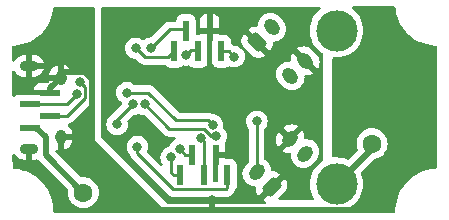
<source format=gbl>
G04 #@! TF.GenerationSoftware,KiCad,Pcbnew,7.0.5-7.0.5~ubuntu22.04.1*
G04 #@! TF.CreationDate,2023-07-07T16:24:56+02:00*
G04 #@! TF.ProjectId,combined,636f6d62-696e-4656-942e-6b696361645f,rev?*
G04 #@! TF.SameCoordinates,Original*
G04 #@! TF.FileFunction,Copper,L2,Bot*
G04 #@! TF.FilePolarity,Positive*
%FSLAX46Y46*%
G04 Gerber Fmt 4.6, Leading zero omitted, Abs format (unit mm)*
G04 Created by KiCad (PCBNEW 7.0.5-7.0.5~ubuntu22.04.1) date 2023-07-07 16:24:56*
%MOMM*%
%LPD*%
G01*
G04 APERTURE LIST*
G04 Aperture macros list*
%AMRoundRect*
0 Rectangle with rounded corners*
0 $1 Rounding radius*
0 $2 $3 $4 $5 $6 $7 $8 $9 X,Y pos of 4 corners*
0 Add a 4 corners polygon primitive as box body*
4,1,4,$2,$3,$4,$5,$6,$7,$8,$9,$2,$3,0*
0 Add four circle primitives for the rounded corners*
1,1,$1+$1,$2,$3*
1,1,$1+$1,$4,$5*
1,1,$1+$1,$6,$7*
1,1,$1+$1,$8,$9*
0 Add four rect primitives between the rounded corners*
20,1,$1+$1,$2,$3,$4,$5,0*
20,1,$1+$1,$4,$5,$6,$7,0*
20,1,$1+$1,$6,$7,$8,$9,0*
20,1,$1+$1,$8,$9,$2,$3,0*%
%AMHorizOval*
0 Thick line with rounded ends*
0 $1 width*
0 $2 $3 position (X,Y) of the first rounded end (center of the circle)*
0 $4 $5 position (X,Y) of the second rounded end (center of the circle)*
0 Add line between two ends*
20,1,$1,$2,$3,$4,$5,0*
0 Add two circle primitives to create the rounded ends*
1,1,$1,$2,$3*
1,1,$1,$4,$5*%
G04 Aperture macros list end*
G04 #@! TA.AperFunction,ComponentPad*
%ADD10O,1.550000X0.890000*%
G04 #@! TD*
G04 #@! TA.AperFunction,ComponentPad*
%ADD11O,0.950000X1.250000*%
G04 #@! TD*
G04 #@! TA.AperFunction,SMDPad,CuDef*
%ADD12R,1.750000X0.600000*%
G04 #@! TD*
G04 #@! TA.AperFunction,SMDPad,CuDef*
%ADD13R,0.600000X1.750000*%
G04 #@! TD*
G04 #@! TA.AperFunction,ComponentPad*
%ADD14C,3.500000*%
G04 #@! TD*
G04 #@! TA.AperFunction,ComponentPad*
%ADD15RoundRect,0.249700X0.566110X0.141421X0.141421X0.566110X-0.566110X-0.141421X-0.141421X-0.566110X0*%
G04 #@! TD*
G04 #@! TA.AperFunction,ComponentPad*
%ADD16HorizOval,1.100000X0.141421X0.141421X-0.141421X-0.141421X0*%
G04 #@! TD*
G04 #@! TA.AperFunction,ComponentPad*
%ADD17RoundRect,0.249700X0.141421X-0.566110X0.566110X-0.141421X-0.141421X0.566110X-0.566110X0.141421X0*%
G04 #@! TD*
G04 #@! TA.AperFunction,ComponentPad*
%ADD18HorizOval,1.100000X-0.141421X0.141421X0.141421X-0.141421X0*%
G04 #@! TD*
G04 #@! TA.AperFunction,ViaPad*
%ADD19C,1.600000*%
G04 #@! TD*
G04 #@! TA.AperFunction,ViaPad*
%ADD20C,0.800000*%
G04 #@! TD*
G04 #@! TA.AperFunction,Conductor*
%ADD21C,0.500000*%
G04 #@! TD*
G04 #@! TA.AperFunction,Conductor*
%ADD22C,0.250000*%
G04 #@! TD*
G04 APERTURE END LIST*
D10*
X78950000Y-30250000D03*
D11*
X81650000Y-31250000D03*
X81650000Y-36250000D03*
D10*
X78950000Y-37250000D03*
D12*
X80750000Y-32500000D03*
X79000000Y-33500000D03*
X80750000Y-34500000D03*
X79000000Y-35500000D03*
D13*
X95750000Y-39500000D03*
X94750000Y-37750000D03*
X93750000Y-39500000D03*
X92750000Y-37750000D03*
X91750000Y-39500000D03*
X95250000Y-29000000D03*
X94250000Y-27250000D03*
X93250000Y-29000000D03*
X92250000Y-27250000D03*
X91250000Y-29000000D03*
D14*
X105000000Y-40250000D03*
X105000000Y-27250000D03*
D15*
X99500000Y-40500000D03*
D16*
X102328427Y-37671573D03*
X98227208Y-39227208D03*
X101055635Y-36398781D03*
D17*
X98250000Y-28250000D03*
D18*
X101078427Y-31078427D03*
X99522792Y-26977208D03*
X102351219Y-29805635D03*
D19*
X109474000Y-38760400D03*
D20*
X94437200Y-41587600D03*
X102870000Y-33781998D03*
D19*
X109500000Y-31750000D03*
D20*
X90250020Y-30750000D03*
X92500000Y-32750000D03*
D19*
X83559771Y-40965139D03*
D20*
X96316800Y-29464000D03*
X91000000Y-38000028D03*
X82984905Y-32648163D03*
X83263377Y-31603446D03*
X92250000Y-29325000D03*
X89250000Y-28750000D03*
X88000000Y-28750000D03*
D19*
X108000800Y-36830000D03*
D20*
X88137997Y-37084000D03*
X93514889Y-36379848D03*
X91725000Y-37275000D03*
X98247194Y-34950400D03*
X87750000Y-33500000D03*
X86410800Y-35204400D03*
X94783718Y-36197058D03*
X88750026Y-33500000D03*
X94496738Y-35239109D03*
X87250000Y-32500000D03*
D21*
X81650000Y-31100000D02*
X81996555Y-30753445D01*
X81650000Y-36250000D02*
X82625000Y-36250000D01*
X90033056Y-42468800D02*
X94437200Y-42468800D01*
X80750000Y-32500000D02*
X80750000Y-32150000D01*
X106896970Y-42468800D02*
X109474000Y-39891770D01*
X83671378Y-30753445D02*
X84284928Y-31366995D01*
X109500000Y-38734400D02*
X109474000Y-38760400D01*
X84284928Y-31366995D02*
X84284928Y-36720672D01*
X83095672Y-36720672D02*
X84284928Y-36720672D01*
X81996555Y-30753445D02*
X83671378Y-30753445D01*
X84284928Y-36720672D02*
X90033056Y-42468800D01*
X94437200Y-41587600D02*
X94437200Y-42468800D01*
X80750000Y-32150000D02*
X81650000Y-31250000D01*
X94437200Y-42468800D02*
X106896970Y-42468800D01*
X82625000Y-36250000D02*
X83095672Y-36720672D01*
X80375000Y-37780368D02*
X83559771Y-40965139D01*
X79575000Y-35500000D02*
X80375000Y-36300000D01*
X80375000Y-36300000D02*
X80375000Y-37780368D01*
D22*
X91750000Y-39500000D02*
X91200000Y-39500000D01*
X95852800Y-29000000D02*
X96316800Y-29464000D01*
X95250000Y-29000000D02*
X95852800Y-29000000D01*
X91000000Y-39300000D02*
X91000000Y-38000028D01*
X91200000Y-39500000D02*
X91000000Y-39300000D01*
X82133068Y-33500000D02*
X82984905Y-32648163D01*
X79000000Y-33500000D02*
X82133068Y-33500000D01*
X83709918Y-32968263D02*
X83709918Y-32049987D01*
X83663376Y-32003445D02*
X83263377Y-31603446D01*
X80750000Y-34500000D02*
X82178181Y-34500000D01*
X82178181Y-34500000D02*
X83709918Y-32968263D01*
X83709918Y-32049987D02*
X83663376Y-32003445D01*
X93250000Y-28875000D02*
X92700000Y-28875000D01*
X92700000Y-28875000D02*
X92250000Y-29325000D01*
X90875000Y-27125000D02*
X92250000Y-27125000D01*
X90875000Y-27125000D02*
X89250000Y-28750000D01*
X88000000Y-28750000D02*
X88750000Y-29500000D01*
X91250000Y-29000000D02*
X90750000Y-29500000D01*
X90750000Y-29500000D02*
X88750000Y-29500000D01*
D21*
X108000800Y-37249200D02*
X108000800Y-36830000D01*
X105000000Y-40250000D02*
X108000800Y-37249200D01*
D22*
X95674999Y-40700001D02*
X91188313Y-40700001D01*
X91188313Y-40700001D02*
X88137997Y-37649685D01*
X95750000Y-39500000D02*
X95750000Y-40625000D01*
X88137997Y-37649685D02*
X88137997Y-37084000D01*
X95750000Y-40625000D02*
X95674999Y-40700001D01*
X93750000Y-36614959D02*
X93514889Y-36379848D01*
X93750000Y-39500000D02*
X93750000Y-36614959D01*
X92750000Y-37750000D02*
X92200000Y-37750000D01*
X92200000Y-37750000D02*
X91725000Y-37275000D01*
X98227208Y-34970386D02*
X98247194Y-34950400D01*
X98227208Y-39227208D02*
X98227208Y-34970386D01*
X86410800Y-34839200D02*
X86410800Y-35204400D01*
X87750000Y-33500000D02*
X86410800Y-34839200D01*
X93774998Y-35598002D02*
X94374054Y-36197058D01*
X94374054Y-36197058D02*
X94783718Y-36197058D01*
X88750026Y-33500000D02*
X90848028Y-35598002D01*
X90848028Y-35598002D02*
X93774998Y-35598002D01*
X94496738Y-35239109D02*
X94096739Y-34839110D01*
X91404795Y-34839110D02*
X89065685Y-32500000D01*
X94096739Y-34839110D02*
X91404795Y-34839110D01*
X87250000Y-32500000D02*
X89065685Y-32500000D01*
G04 #@! TA.AperFunction,Conductor*
G36*
X103591282Y-25267602D02*
G01*
X103637775Y-25321258D01*
X103647879Y-25391532D01*
X103618385Y-25456112D01*
X103606245Y-25468325D01*
X103399573Y-25649573D01*
X103204367Y-25872162D01*
X103204364Y-25872165D01*
X103204359Y-25872172D01*
X103039883Y-26118329D01*
X102908944Y-26383848D01*
X102908938Y-26383862D01*
X102813778Y-26664194D01*
X102813776Y-26664204D01*
X102756018Y-26954564D01*
X102756016Y-26954578D01*
X102736654Y-27249996D01*
X102736654Y-27250003D01*
X102756016Y-27545421D01*
X102756018Y-27545435D01*
X102784651Y-27689378D01*
X102807569Y-27804595D01*
X102813776Y-27835795D01*
X102813778Y-27835805D01*
X102908938Y-28116137D01*
X102908944Y-28116151D01*
X103039883Y-28381670D01*
X103204359Y-28627827D01*
X103204361Y-28627830D01*
X103204367Y-28627838D01*
X103399573Y-28850427D01*
X103622162Y-29045633D01*
X103622170Y-29045638D01*
X103622172Y-29045640D01*
X103813647Y-29173580D01*
X103859175Y-29228057D01*
X103869640Y-29277268D01*
X103882054Y-30729510D01*
X103885563Y-31140110D01*
X103886000Y-31191153D01*
X103886000Y-38210727D01*
X103865998Y-38278848D01*
X103830002Y-38315492D01*
X103622172Y-38454359D01*
X103622165Y-38454364D01*
X103622162Y-38454367D01*
X103399573Y-38649573D01*
X103204367Y-38872162D01*
X103204364Y-38872165D01*
X103204359Y-38872172D01*
X103039883Y-39118329D01*
X102908944Y-39383848D01*
X102908938Y-39383862D01*
X102813778Y-39664194D01*
X102813776Y-39664201D01*
X102813776Y-39664203D01*
X102804105Y-39712818D01*
X102756018Y-39954564D01*
X102756016Y-39954578D01*
X102736654Y-40249996D01*
X102736654Y-40250003D01*
X102756016Y-40545421D01*
X102756018Y-40545435D01*
X102775334Y-40642538D01*
X102796465Y-40748772D01*
X102813776Y-40835795D01*
X102813778Y-40835805D01*
X102908938Y-41116137D01*
X102908944Y-41116151D01*
X103039882Y-41381668D01*
X103039884Y-41381671D01*
X103039885Y-41381673D01*
X103049918Y-41396688D01*
X103058277Y-41409199D01*
X103079491Y-41476952D01*
X103060707Y-41545419D01*
X103007890Y-41592862D01*
X102953511Y-41605200D01*
X100195228Y-41605200D01*
X100127107Y-41585198D01*
X100080614Y-41531542D01*
X100070510Y-41461268D01*
X100100004Y-41396688D01*
X100106133Y-41390104D01*
X100637588Y-40858649D01*
X100703465Y-40777778D01*
X100703466Y-40777777D01*
X100782961Y-40619490D01*
X100823810Y-40447139D01*
X100823810Y-40270017D01*
X100782961Y-40097666D01*
X100703466Y-39939379D01*
X100703465Y-39939378D01*
X100637584Y-39858502D01*
X100569146Y-39790064D01*
X100569144Y-39790064D01*
X99850476Y-40508732D01*
X99853628Y-40470698D01*
X99824953Y-40357462D01*
X99761064Y-40259673D01*
X99668885Y-40187928D01*
X99558405Y-40150000D01*
X99490790Y-40150000D01*
X100209935Y-39430855D01*
X100209935Y-39430852D01*
X100141497Y-39362415D01*
X100060621Y-39296534D01*
X100060620Y-39296533D01*
X99902333Y-39217038D01*
X99729982Y-39176190D01*
X99555355Y-39176190D01*
X99487234Y-39156188D01*
X99440741Y-39102532D01*
X99429962Y-39062540D01*
X99411815Y-38878291D01*
X99411814Y-38878289D01*
X99411814Y-38878285D01*
X99351288Y-38678757D01*
X99252998Y-38494870D01*
X99120723Y-38333693D01*
X98959546Y-38201418D01*
X98938101Y-38189955D01*
X98927309Y-38184186D01*
X98876662Y-38134432D01*
X98860708Y-38073065D01*
X98860708Y-37447105D01*
X100366519Y-37447105D01*
X100507375Y-37522395D01*
X100706816Y-37582894D01*
X100914211Y-37603321D01*
X100914214Y-37603321D01*
X100993491Y-37595512D01*
X101063245Y-37608740D01*
X101114774Y-37657579D01*
X101131718Y-37726524D01*
X101131236Y-37733253D01*
X101123384Y-37812988D01*
X101123384Y-37812997D01*
X101143819Y-38020489D01*
X101143820Y-38020495D01*
X101143821Y-38020496D01*
X101204347Y-38220024D01*
X101302637Y-38403911D01*
X101434912Y-38565088D01*
X101596089Y-38697363D01*
X101779976Y-38795653D01*
X101979504Y-38856179D01*
X101979508Y-38856179D01*
X101979510Y-38856180D01*
X102187003Y-38876616D01*
X102187006Y-38876616D01*
X102187009Y-38876616D01*
X102394501Y-38856180D01*
X102394502Y-38856179D01*
X102394508Y-38856179D01*
X102594036Y-38795653D01*
X102777923Y-38697363D01*
X102898705Y-38598240D01*
X103255094Y-38241851D01*
X103354217Y-38121069D01*
X103452507Y-37937182D01*
X103513033Y-37737654D01*
X103513467Y-37733253D01*
X103533470Y-37530155D01*
X103533470Y-37530148D01*
X103513034Y-37322656D01*
X103513033Y-37322654D01*
X103513033Y-37322650D01*
X103452507Y-37123122D01*
X103354217Y-36939235D01*
X103221942Y-36778058D01*
X103060765Y-36645783D01*
X102876878Y-36547493D01*
X102677350Y-36486967D01*
X102677349Y-36486966D01*
X102677343Y-36486965D01*
X102469851Y-36466530D01*
X102469842Y-36466530D01*
X102390107Y-36474382D01*
X102320354Y-36461153D01*
X102268827Y-36412312D01*
X102251885Y-36343366D01*
X102252366Y-36336637D01*
X102260175Y-36257360D01*
X102260175Y-36257357D01*
X102239748Y-36049962D01*
X102179249Y-35850521D01*
X102103959Y-35709665D01*
X102103959Y-35709664D01*
X101406111Y-36407512D01*
X101409263Y-36369479D01*
X101380588Y-36256243D01*
X101316699Y-36158454D01*
X101224520Y-36086709D01*
X101114040Y-36048781D01*
X101026630Y-36048781D01*
X100940419Y-36063167D01*
X100837688Y-36118762D01*
X100758575Y-36204702D01*
X100711653Y-36311673D01*
X100702007Y-36428083D01*
X100730682Y-36541319D01*
X100794571Y-36639108D01*
X100886750Y-36710853D01*
X100997230Y-36748781D01*
X101064844Y-36748781D01*
X101055635Y-36757990D01*
X100366519Y-37447105D01*
X98860708Y-37447105D01*
X98860708Y-36540204D01*
X99851095Y-36540204D01*
X99871521Y-36747599D01*
X99932020Y-36947040D01*
X100007308Y-37087895D01*
X100007309Y-37087896D01*
X100696425Y-36398781D01*
X100696425Y-36398780D01*
X100128051Y-35830407D01*
X100030261Y-35949567D01*
X99932020Y-36133363D01*
X99871521Y-36332804D01*
X99851095Y-36540199D01*
X99851095Y-36540204D01*
X98860708Y-36540204D01*
X98860708Y-35675121D01*
X98880710Y-35607000D01*
X98893072Y-35590810D01*
X98986234Y-35487344D01*
X98995556Y-35471198D01*
X100487262Y-35471198D01*
X101055634Y-36039570D01*
X101055636Y-36039570D01*
X101744750Y-35350455D01*
X101744749Y-35350454D01*
X101603894Y-35275166D01*
X101404453Y-35214667D01*
X101197059Y-35194241D01*
X101197053Y-35194241D01*
X100989658Y-35214667D01*
X100790217Y-35275166D01*
X100606419Y-35373408D01*
X100606417Y-35373410D01*
X100487262Y-35471197D01*
X100487262Y-35471198D01*
X98995556Y-35471198D01*
X99081721Y-35321956D01*
X99140736Y-35140328D01*
X99160698Y-34950400D01*
X99140736Y-34760472D01*
X99081721Y-34578844D01*
X98986234Y-34413456D01*
X98986232Y-34413454D01*
X98986228Y-34413448D01*
X98858449Y-34271535D01*
X98703946Y-34159282D01*
X98529482Y-34081606D01*
X98342681Y-34041900D01*
X98151707Y-34041900D01*
X97964905Y-34081606D01*
X97790441Y-34159282D01*
X97635938Y-34271535D01*
X97508159Y-34413448D01*
X97508152Y-34413458D01*
X97412670Y-34578838D01*
X97412667Y-34578845D01*
X97353651Y-34760472D01*
X97333690Y-34950400D01*
X97353651Y-35140327D01*
X97374470Y-35204399D01*
X97412667Y-35321956D01*
X97412670Y-35321961D01*
X97508152Y-35487341D01*
X97508155Y-35487345D01*
X97561344Y-35546417D01*
X97592061Y-35610425D01*
X97593708Y-35630728D01*
X97593708Y-38311572D01*
X97573706Y-38379693D01*
X97556803Y-38400667D01*
X97300557Y-38656912D01*
X97300540Y-38656931D01*
X97201418Y-38777711D01*
X97103128Y-38961598D01*
X97042600Y-39161133D01*
X97022165Y-39368625D01*
X97022165Y-39368632D01*
X97042600Y-39576124D01*
X97042601Y-39576130D01*
X97042602Y-39576131D01*
X97103128Y-39775659D01*
X97201418Y-39959546D01*
X97333693Y-40120723D01*
X97494870Y-40252998D01*
X97678757Y-40351288D01*
X97878285Y-40411814D01*
X97878290Y-40411814D01*
X97878292Y-40411815D01*
X97973548Y-40421196D01*
X98062539Y-40429961D01*
X98128372Y-40456543D01*
X98169382Y-40514497D01*
X98176190Y-40555354D01*
X98176190Y-40729982D01*
X98217038Y-40902333D01*
X98296533Y-41060620D01*
X98296534Y-41060621D01*
X98362415Y-41141497D01*
X98430853Y-41209935D01*
X98430855Y-41209935D01*
X99149523Y-40491266D01*
X99146372Y-40529302D01*
X99175047Y-40642538D01*
X99238936Y-40740327D01*
X99331115Y-40812072D01*
X99441595Y-40850000D01*
X99509209Y-40850000D01*
X99500000Y-40859209D01*
X98790064Y-41569145D01*
X98858502Y-41637584D01*
X98939378Y-41703465D01*
X98939379Y-41703466D01*
X98976685Y-41722202D01*
X99028583Y-41770649D01*
X99046050Y-41839464D01*
X99023540Y-41906798D01*
X98968200Y-41951273D01*
X98920136Y-41960800D01*
X95885000Y-41960800D01*
X93294200Y-41960800D01*
X90831464Y-41960800D01*
X90763343Y-41940798D01*
X90742765Y-41924291D01*
X89546142Y-40738258D01*
X85076742Y-36308410D01*
X85042442Y-36246250D01*
X85039443Y-36218344D01*
X85044116Y-35204399D01*
X85497296Y-35204399D01*
X85517257Y-35394327D01*
X85542234Y-35471197D01*
X85576273Y-35575956D01*
X85576276Y-35575961D01*
X85671758Y-35741341D01*
X85671765Y-35741351D01*
X85799544Y-35883264D01*
X85799547Y-35883266D01*
X85954048Y-35995518D01*
X86128512Y-36073194D01*
X86315313Y-36112900D01*
X86506287Y-36112900D01*
X86693088Y-36073194D01*
X86867552Y-35995518D01*
X87022053Y-35883266D01*
X87051537Y-35850521D01*
X87149834Y-35741351D01*
X87149835Y-35741349D01*
X87149840Y-35741344D01*
X87245327Y-35575956D01*
X87304342Y-35394328D01*
X87324304Y-35204400D01*
X87304342Y-35014472D01*
X87285798Y-34957400D01*
X87283770Y-34886433D01*
X87316536Y-34829367D01*
X87385432Y-34760472D01*
X87700500Y-34445404D01*
X87762813Y-34411379D01*
X87789596Y-34408500D01*
X87845487Y-34408500D01*
X88032288Y-34368794D01*
X88198765Y-34294673D01*
X88269130Y-34285240D01*
X88301260Y-34294673D01*
X88467738Y-34368794D01*
X88654539Y-34408500D01*
X88710432Y-34408500D01*
X88778553Y-34428502D01*
X88799526Y-34445404D01*
X89593229Y-35239108D01*
X90340783Y-35986662D01*
X90350748Y-35999099D01*
X90350975Y-35998912D01*
X90356027Y-36005019D01*
X90406400Y-36052322D01*
X90407789Y-36053668D01*
X90417288Y-36063167D01*
X90428252Y-36074132D01*
X90428256Y-36074135D01*
X90428258Y-36074137D01*
X90433810Y-36078444D01*
X90438297Y-36082275D01*
X90460987Y-36103583D01*
X90472705Y-36114587D01*
X90472707Y-36114588D01*
X90490456Y-36124345D01*
X90506981Y-36135200D01*
X90522987Y-36147616D01*
X90564714Y-36165672D01*
X90566290Y-36166354D01*
X90571611Y-36168960D01*
X90612968Y-36191697D01*
X90612976Y-36191699D01*
X90632586Y-36196734D01*
X90651295Y-36203139D01*
X90669883Y-36211183D01*
X90716505Y-36218566D01*
X90722290Y-36219765D01*
X90767998Y-36231502D01*
X90788252Y-36231502D01*
X90807962Y-36233053D01*
X90810169Y-36233402D01*
X90827971Y-36236222D01*
X90861898Y-36233014D01*
X90874945Y-36231782D01*
X90880878Y-36231502D01*
X91242319Y-36231502D01*
X91310440Y-36251504D01*
X91356933Y-36305160D01*
X91367037Y-36375434D01*
X91337543Y-36440014D01*
X91293568Y-36472608D01*
X91268254Y-36483878D01*
X91268248Y-36483882D01*
X91113744Y-36596135D01*
X90985965Y-36738048D01*
X90985958Y-36738058D01*
X90890476Y-36903438D01*
X90890473Y-36903444D01*
X90846265Y-37039502D01*
X90806191Y-37098107D01*
X90752632Y-37123811D01*
X90717710Y-37131234D01*
X90543247Y-37208910D01*
X90388744Y-37321163D01*
X90260965Y-37463076D01*
X90260958Y-37463086D01*
X90165476Y-37628466D01*
X90165473Y-37628472D01*
X90150999Y-37673014D01*
X90106457Y-37810100D01*
X90086496Y-38000028D01*
X90106457Y-38189955D01*
X90129782Y-38261739D01*
X90165473Y-38371584D01*
X90170155Y-38379693D01*
X90246564Y-38512038D01*
X90263302Y-38581033D01*
X90240082Y-38648125D01*
X90184274Y-38692012D01*
X90113599Y-38698761D01*
X90050495Y-38666228D01*
X90048350Y-38664133D01*
X88992298Y-37608081D01*
X88958272Y-37545769D01*
X88963337Y-37474954D01*
X88972277Y-37455983D01*
X88972524Y-37455556D01*
X89031539Y-37273928D01*
X89051501Y-37084000D01*
X89031539Y-36894072D01*
X88972524Y-36712444D01*
X88877037Y-36547056D01*
X88877035Y-36547054D01*
X88877031Y-36547048D01*
X88749252Y-36405135D01*
X88594749Y-36292882D01*
X88420285Y-36215206D01*
X88233484Y-36175500D01*
X88042510Y-36175500D01*
X87855708Y-36215206D01*
X87681244Y-36292882D01*
X87526741Y-36405135D01*
X87398962Y-36547048D01*
X87398955Y-36547058D01*
X87303473Y-36712438D01*
X87303470Y-36712444D01*
X87292922Y-36744906D01*
X87244454Y-36894072D01*
X87224493Y-37084000D01*
X87244454Y-37273927D01*
X87274523Y-37366470D01*
X87303470Y-37455556D01*
X87326820Y-37496000D01*
X87391530Y-37608081D01*
X87398957Y-37620944D01*
X87484465Y-37715911D01*
X87511830Y-37765083D01*
X87512979Y-37769040D01*
X87516983Y-37788382D01*
X87519522Y-37808478D01*
X87519523Y-37808484D01*
X87536890Y-37852347D01*
X87538813Y-37857964D01*
X87551979Y-37903278D01*
X87562291Y-37920716D01*
X87570985Y-37938464D01*
X87578441Y-37957294D01*
X87578447Y-37957305D01*
X87606174Y-37995468D01*
X87609434Y-38000431D01*
X87633457Y-38041050D01*
X87647776Y-38055369D01*
X87660614Y-38070399D01*
X87670153Y-38083528D01*
X87672525Y-38086792D01*
X87684258Y-38096498D01*
X87708883Y-38116870D01*
X87713264Y-38120856D01*
X89256602Y-39664194D01*
X90681066Y-41088658D01*
X90691033Y-41101098D01*
X90691260Y-41100911D01*
X90696312Y-41107018D01*
X90696313Y-41107019D01*
X90712285Y-41122018D01*
X90746701Y-41154336D01*
X90748090Y-41155682D01*
X90757878Y-41165470D01*
X90768539Y-41176132D01*
X90774081Y-41180431D01*
X90778594Y-41184286D01*
X90812992Y-41216587D01*
X90812993Y-41216587D01*
X90812995Y-41216589D01*
X90830742Y-41226345D01*
X90847272Y-41237203D01*
X90863272Y-41249614D01*
X90886238Y-41259552D01*
X90906564Y-41268348D01*
X90911898Y-41270960D01*
X90953253Y-41293696D01*
X90972875Y-41298734D01*
X90991576Y-41305136D01*
X91004127Y-41310568D01*
X91010165Y-41313181D01*
X91010166Y-41313181D01*
X91010168Y-41313182D01*
X91056790Y-41320565D01*
X91062575Y-41321764D01*
X91108283Y-41333501D01*
X91128537Y-41333501D01*
X91148247Y-41335052D01*
X91150454Y-41335401D01*
X91168256Y-41338221D01*
X91202785Y-41334957D01*
X91215230Y-41333781D01*
X91221163Y-41333501D01*
X95591146Y-41333501D01*
X95606987Y-41335250D01*
X95607015Y-41334957D01*
X95614900Y-41335701D01*
X95614908Y-41335703D01*
X95676207Y-41333776D01*
X95683975Y-41333532D01*
X95685954Y-41333501D01*
X95714850Y-41333501D01*
X95714855Y-41333501D01*
X95721817Y-41332620D01*
X95727718Y-41332155D01*
X95774888Y-41330674D01*
X95794346Y-41325020D01*
X95813693Y-41321014D01*
X95833796Y-41318475D01*
X95877678Y-41301100D01*
X95883273Y-41299184D01*
X95911815Y-41290892D01*
X95928590Y-41286020D01*
X95928594Y-41286018D01*
X95946025Y-41275709D01*
X95963779Y-41267010D01*
X95982616Y-41259553D01*
X96020785Y-41231819D01*
X96025743Y-41228563D01*
X96066361Y-41204543D01*
X96080684Y-41190219D01*
X96095723Y-41177375D01*
X96097434Y-41176132D01*
X96112106Y-41165473D01*
X96134181Y-41138787D01*
X96150952Y-41122018D01*
X96157015Y-41117002D01*
X96157015Y-41117001D01*
X96157018Y-41117000D01*
X96204352Y-41066592D01*
X96205667Y-41065235D01*
X96226134Y-41044770D01*
X96230429Y-41039232D01*
X96234271Y-41034731D01*
X96266586Y-41000321D01*
X96276345Y-40982567D01*
X96287197Y-40966046D01*
X96299613Y-40950041D01*
X96318347Y-40906748D01*
X96320961Y-40901412D01*
X96343694Y-40860061D01*
X96343695Y-40860060D01*
X96348733Y-40840435D01*
X96355138Y-40821730D01*
X96366330Y-40795868D01*
X96368993Y-40797020D01*
X96399799Y-40748772D01*
X96407075Y-40742891D01*
X96413261Y-40738261D01*
X96500889Y-40621204D01*
X96551989Y-40484201D01*
X96554963Y-40456543D01*
X96558499Y-40423649D01*
X96558500Y-40423632D01*
X96558500Y-38576367D01*
X96558499Y-38576350D01*
X96551990Y-38515803D01*
X96551988Y-38515795D01*
X96522924Y-38437875D01*
X96500889Y-38378796D01*
X96500888Y-38378794D01*
X96500887Y-38378792D01*
X96413261Y-38261738D01*
X96296207Y-38174112D01*
X96296202Y-38174110D01*
X96159204Y-38123011D01*
X96159196Y-38123009D01*
X96098649Y-38116500D01*
X96098638Y-38116500D01*
X95684000Y-38116500D01*
X95615879Y-38096498D01*
X95569386Y-38042842D01*
X95561752Y-38007751D01*
X95558001Y-38004000D01*
X95004000Y-38004000D01*
X95004000Y-38342955D01*
X94996056Y-38386985D01*
X94948011Y-38515799D01*
X94948010Y-38515802D01*
X94948009Y-38515803D01*
X94941500Y-38576350D01*
X94941500Y-39940501D01*
X94921498Y-40008622D01*
X94867842Y-40055115D01*
X94815500Y-40066501D01*
X94684500Y-40066501D01*
X94616379Y-40046499D01*
X94569886Y-39992843D01*
X94558500Y-39940501D01*
X94558500Y-39259500D01*
X94558500Y-38576362D01*
X94557288Y-38565087D01*
X94551990Y-38515803D01*
X94551989Y-38515802D01*
X94551989Y-38515799D01*
X94503943Y-38386985D01*
X94496000Y-38342955D01*
X94496000Y-37622000D01*
X94516002Y-37553879D01*
X94569658Y-37507386D01*
X94622000Y-37496000D01*
X95558000Y-37496000D01*
X95558000Y-36826414D01*
X95557999Y-36826402D01*
X95551494Y-36765903D01*
X95549682Y-36758234D01*
X95552704Y-36757519D01*
X95548667Y-36701094D01*
X95562670Y-36664872D01*
X95604247Y-36592860D01*
X95618245Y-36568614D01*
X95677260Y-36386986D01*
X95697222Y-36197058D01*
X95677260Y-36007130D01*
X95618245Y-35825502D01*
X95522758Y-35660114D01*
X95522756Y-35660112D01*
X95522752Y-35660106D01*
X95418802Y-35544658D01*
X95388084Y-35480651D01*
X95389194Y-35434140D01*
X95390276Y-35429047D01*
X95390280Y-35429037D01*
X95410242Y-35239109D01*
X95390280Y-35049181D01*
X95331265Y-34867553D01*
X95235778Y-34702165D01*
X95235776Y-34702163D01*
X95235772Y-34702157D01*
X95107993Y-34560244D01*
X94953490Y-34447991D01*
X94779026Y-34370315D01*
X94592225Y-34330609D01*
X94519118Y-34330609D01*
X94458398Y-34315013D01*
X94457030Y-34314261D01*
X94454286Y-34312752D01*
X94437786Y-34301912D01*
X94421780Y-34289496D01*
X94380274Y-34271535D01*
X94378479Y-34270758D01*
X94373147Y-34268146D01*
X94331800Y-34245415D01*
X94312175Y-34240376D01*
X94293475Y-34233974D01*
X94274884Y-34225929D01*
X94274882Y-34225928D01*
X94274881Y-34225928D01*
X94228281Y-34218547D01*
X94222468Y-34217343D01*
X94176769Y-34205610D01*
X94156515Y-34205610D01*
X94136805Y-34204059D01*
X94116796Y-34200890D01*
X94116795Y-34200890D01*
X94069822Y-34205330D01*
X94063889Y-34205610D01*
X91719389Y-34205610D01*
X91651268Y-34185608D01*
X91630294Y-34168705D01*
X89572929Y-32111339D01*
X89562964Y-32098901D01*
X89562737Y-32099090D01*
X89557686Y-32092984D01*
X89557685Y-32092982D01*
X89507311Y-32045678D01*
X89505922Y-32044332D01*
X89495675Y-32034085D01*
X89485461Y-32023870D01*
X89485457Y-32023866D01*
X89479910Y-32019563D01*
X89475402Y-32015712D01*
X89441010Y-31983417D01*
X89441004Y-31983413D01*
X89423248Y-31973651D01*
X89406732Y-31962802D01*
X89390726Y-31950386D01*
X89359974Y-31937078D01*
X89347425Y-31931648D01*
X89342093Y-31929036D01*
X89300746Y-31906305D01*
X89281121Y-31901266D01*
X89262421Y-31894864D01*
X89243830Y-31886819D01*
X89243828Y-31886818D01*
X89243827Y-31886818D01*
X89197227Y-31879437D01*
X89191414Y-31878233D01*
X89145715Y-31866500D01*
X89125461Y-31866500D01*
X89105751Y-31864949D01*
X89085742Y-31861780D01*
X89085741Y-31861780D01*
X89038768Y-31866220D01*
X89032835Y-31866500D01*
X87958200Y-31866500D01*
X87890079Y-31846498D01*
X87864563Y-31824810D01*
X87861252Y-31821133D01*
X87706752Y-31708882D01*
X87532288Y-31631206D01*
X87345487Y-31591500D01*
X87154513Y-31591500D01*
X86967711Y-31631206D01*
X86793247Y-31708882D01*
X86638744Y-31821135D01*
X86510965Y-31963048D01*
X86510958Y-31963058D01*
X86415476Y-32128438D01*
X86415473Y-32128445D01*
X86356457Y-32310072D01*
X86336496Y-32500000D01*
X86356457Y-32689927D01*
X86386526Y-32782470D01*
X86415473Y-32871556D01*
X86415476Y-32871561D01*
X86510958Y-33036941D01*
X86510965Y-33036951D01*
X86638744Y-33178864D01*
X86638747Y-33178866D01*
X86793248Y-33291118D01*
X86793250Y-33291119D01*
X86794971Y-33292369D01*
X86838325Y-33348591D01*
X86846220Y-33407476D01*
X86839092Y-33475292D01*
X86812078Y-33540949D01*
X86802877Y-33551216D01*
X86022136Y-34331957D01*
X86009701Y-34341921D01*
X86009889Y-34342148D01*
X86003779Y-34347202D01*
X85956494Y-34397555D01*
X85955119Y-34398974D01*
X85934666Y-34419428D01*
X85930366Y-34424971D01*
X85926514Y-34429480D01*
X85923422Y-34432773D01*
X85905633Y-34448456D01*
X85799550Y-34525531D01*
X85799548Y-34525532D01*
X85671762Y-34667453D01*
X85671758Y-34667458D01*
X85576276Y-34832838D01*
X85576273Y-34832845D01*
X85517257Y-35014472D01*
X85497296Y-35204399D01*
X85044116Y-35204399D01*
X85063782Y-30937009D01*
X99873384Y-30937009D01*
X99893819Y-31144501D01*
X99893820Y-31144507D01*
X99893821Y-31144508D01*
X99954347Y-31344036D01*
X100052637Y-31527923D01*
X100151760Y-31648705D01*
X100151767Y-31648712D01*
X100151776Y-31648722D01*
X100508131Y-32005077D01*
X100508140Y-32005085D01*
X100508149Y-32005094D01*
X100628931Y-32104217D01*
X100812818Y-32202507D01*
X101012346Y-32263033D01*
X101012350Y-32263033D01*
X101012352Y-32263034D01*
X101219845Y-32283470D01*
X101219848Y-32283470D01*
X101219851Y-32283470D01*
X101427343Y-32263034D01*
X101427344Y-32263033D01*
X101427350Y-32263033D01*
X101626878Y-32202507D01*
X101810765Y-32104217D01*
X101971942Y-31971942D01*
X102104217Y-31810765D01*
X102202507Y-31626878D01*
X102263033Y-31427350D01*
X102283470Y-31219848D01*
X102275616Y-31140108D01*
X102288844Y-31070357D01*
X102337684Y-31018828D01*
X102406629Y-31001884D01*
X102413360Y-31002366D01*
X102492639Y-31010175D01*
X102492643Y-31010175D01*
X102700037Y-30989748D01*
X102899476Y-30929250D01*
X103040333Y-30853959D01*
X102342009Y-30155635D01*
X102380224Y-30155635D01*
X102466435Y-30141249D01*
X102569166Y-30085654D01*
X102648279Y-29999714D01*
X102695201Y-29892743D01*
X102703031Y-29798238D01*
X103399543Y-30494750D01*
X103474834Y-30353892D01*
X103535332Y-30154453D01*
X103555759Y-29947058D01*
X103555759Y-29947053D01*
X103535332Y-29739658D01*
X103474833Y-29540217D01*
X103376589Y-29356415D01*
X103277522Y-29235702D01*
X103277496Y-29235673D01*
X102921180Y-28879357D01*
X102921151Y-28879331D01*
X102800438Y-28780265D01*
X102800438Y-28780264D01*
X102616636Y-28682020D01*
X102417195Y-28621521D01*
X102209801Y-28601095D01*
X102209795Y-28601095D01*
X102002400Y-28621521D01*
X101802959Y-28682020D01*
X101662102Y-28757308D01*
X102351219Y-29446425D01*
X102360429Y-29455635D01*
X102322214Y-29455635D01*
X102236003Y-29470021D01*
X102133272Y-29525616D01*
X102054159Y-29611556D01*
X102007237Y-29718527D01*
X101999406Y-29813032D01*
X101302892Y-29116518D01*
X101227604Y-29257375D01*
X101167105Y-29456816D01*
X101146679Y-29664211D01*
X101146679Y-29664217D01*
X101154487Y-29743494D01*
X101141258Y-29813247D01*
X101092418Y-29864775D01*
X101023473Y-29881719D01*
X101016744Y-29881237D01*
X100937009Y-29873384D01*
X100937003Y-29873384D01*
X100729510Y-29893819D01*
X100529975Y-29954347D01*
X100346088Y-30052637D01*
X100184912Y-30184912D01*
X100052637Y-30346088D01*
X99954347Y-30529975D01*
X99893819Y-30729510D01*
X99873384Y-30937002D01*
X99873384Y-30937009D01*
X85063782Y-30937009D01*
X85073860Y-28749999D01*
X87086496Y-28749999D01*
X87106457Y-28939927D01*
X87136526Y-29032470D01*
X87165473Y-29121556D01*
X87165476Y-29121561D01*
X87260958Y-29286941D01*
X87260965Y-29286951D01*
X87388744Y-29428864D01*
X87388747Y-29428866D01*
X87543248Y-29541118D01*
X87717712Y-29618794D01*
X87904513Y-29658500D01*
X87960406Y-29658500D01*
X88028527Y-29678502D01*
X88049501Y-29695405D01*
X88242753Y-29888657D01*
X88252720Y-29901097D01*
X88252947Y-29900910D01*
X88257999Y-29907017D01*
X88308388Y-29954335D01*
X88309777Y-29955681D01*
X88320018Y-29965922D01*
X88330226Y-29976131D01*
X88335768Y-29980430D01*
X88340281Y-29984285D01*
X88374679Y-30016586D01*
X88374680Y-30016586D01*
X88374682Y-30016588D01*
X88392429Y-30026344D01*
X88408959Y-30037202D01*
X88424959Y-30049613D01*
X88456136Y-30063104D01*
X88468251Y-30068347D01*
X88473585Y-30070959D01*
X88514940Y-30093695D01*
X88534562Y-30098733D01*
X88553263Y-30105135D01*
X88565814Y-30110567D01*
X88571852Y-30113180D01*
X88571853Y-30113180D01*
X88571855Y-30113181D01*
X88618477Y-30120564D01*
X88624262Y-30121763D01*
X88669970Y-30133500D01*
X88690224Y-30133500D01*
X88709934Y-30135051D01*
X88712141Y-30135400D01*
X88729943Y-30138220D01*
X88763870Y-30135012D01*
X88776917Y-30133780D01*
X88782850Y-30133500D01*
X90445245Y-30133500D01*
X90513366Y-30153502D01*
X90546113Y-30183991D01*
X90586738Y-30238261D01*
X90703792Y-30325887D01*
X90703794Y-30325888D01*
X90703796Y-30325889D01*
X90757951Y-30346088D01*
X90840795Y-30376988D01*
X90840803Y-30376990D01*
X90901350Y-30383499D01*
X90901355Y-30383499D01*
X90901362Y-30383500D01*
X90901368Y-30383500D01*
X91598632Y-30383500D01*
X91598638Y-30383500D01*
X91598645Y-30383499D01*
X91598649Y-30383499D01*
X91659196Y-30376990D01*
X91659199Y-30376989D01*
X91659201Y-30376989D01*
X91796204Y-30325889D01*
X91913261Y-30238261D01*
X91913260Y-30238261D01*
X91920476Y-30232860D01*
X91921774Y-30234594D01*
X91973400Y-30206397D01*
X92026396Y-30206268D01*
X92154509Y-30233500D01*
X92154513Y-30233500D01*
X92345491Y-30233500D01*
X92473603Y-30206268D01*
X92544394Y-30211669D01*
X92578766Y-30233874D01*
X92579525Y-30232861D01*
X92703792Y-30325887D01*
X92703794Y-30325888D01*
X92703796Y-30325889D01*
X92757951Y-30346088D01*
X92840795Y-30376988D01*
X92840803Y-30376990D01*
X92901350Y-30383499D01*
X92901355Y-30383499D01*
X92901362Y-30383500D01*
X92901368Y-30383500D01*
X93598632Y-30383500D01*
X93598638Y-30383500D01*
X93598645Y-30383499D01*
X93598649Y-30383499D01*
X93659196Y-30376990D01*
X93659199Y-30376989D01*
X93659201Y-30376989D01*
X93796204Y-30325889D01*
X93913261Y-30238261D01*
X93984673Y-30142866D01*
X94000887Y-30121207D01*
X94000887Y-30121206D01*
X94000889Y-30121204D01*
X94051989Y-29984201D01*
X94052395Y-29980430D01*
X94058499Y-29923649D01*
X94441500Y-29923649D01*
X94448009Y-29984196D01*
X94448011Y-29984204D01*
X94499110Y-30121202D01*
X94499112Y-30121207D01*
X94586738Y-30238261D01*
X94703792Y-30325887D01*
X94703794Y-30325888D01*
X94703796Y-30325889D01*
X94757951Y-30346088D01*
X94840795Y-30376988D01*
X94840803Y-30376990D01*
X94901350Y-30383499D01*
X94901355Y-30383499D01*
X94901362Y-30383500D01*
X94901368Y-30383500D01*
X95598632Y-30383500D01*
X95598638Y-30383500D01*
X95598645Y-30383499D01*
X95598649Y-30383499D01*
X95659196Y-30376990D01*
X95659199Y-30376989D01*
X95659201Y-30376989D01*
X95671237Y-30372500D01*
X95685880Y-30367038D01*
X95796204Y-30325889D01*
X95820095Y-30308003D01*
X95886612Y-30283193D01*
X95946850Y-30293764D01*
X96034512Y-30332794D01*
X96221313Y-30372500D01*
X96412287Y-30372500D01*
X96599088Y-30332794D01*
X96773552Y-30255118D01*
X96928053Y-30142866D01*
X96947558Y-30121204D01*
X97055834Y-30000951D01*
X97055835Y-30000949D01*
X97055840Y-30000944D01*
X97151327Y-29835556D01*
X97210342Y-29653928D01*
X97230304Y-29464000D01*
X97210342Y-29274072D01*
X97151327Y-29092444D01*
X97055840Y-28927056D01*
X97055838Y-28927054D01*
X97055834Y-28927048D01*
X96928055Y-28785135D01*
X96773552Y-28672882D01*
X96599088Y-28595206D01*
X96412287Y-28555500D01*
X96356064Y-28555500D01*
X96287943Y-28535498D01*
X96275711Y-28526258D01*
X96275690Y-28526286D01*
X96273596Y-28524661D01*
X96272739Y-28524014D01*
X96272572Y-28523867D01*
X96272570Y-28523865D01*
X96267025Y-28519563D01*
X96262517Y-28515712D01*
X96228125Y-28483417D01*
X96228119Y-28483413D01*
X96210363Y-28473651D01*
X96193847Y-28462802D01*
X96177841Y-28450386D01*
X96134545Y-28431650D01*
X96129221Y-28429042D01*
X96123818Y-28426073D01*
X96073750Y-28375736D01*
X96058500Y-28315648D01*
X96058500Y-28197139D01*
X96926190Y-28197139D01*
X96967038Y-28369490D01*
X97046533Y-28527777D01*
X97046534Y-28527778D01*
X97112415Y-28608654D01*
X97891345Y-29387584D01*
X97972221Y-29453465D01*
X97972222Y-29453466D01*
X98130509Y-29532961D01*
X98302861Y-29573810D01*
X98479982Y-29573810D01*
X98652333Y-29532961D01*
X98810618Y-29453467D01*
X98891501Y-29387579D01*
X98959934Y-29319144D01*
X98250000Y-28609210D01*
X98240790Y-28600000D01*
X98279005Y-28600000D01*
X98365216Y-28585614D01*
X98467947Y-28530019D01*
X98547060Y-28444079D01*
X98593982Y-28337108D01*
X98601812Y-28242603D01*
X99319144Y-28959935D01*
X99319145Y-28959935D01*
X99387579Y-28891501D01*
X99453467Y-28810618D01*
X99532961Y-28652333D01*
X99573810Y-28479982D01*
X99573810Y-28305354D01*
X99593812Y-28237233D01*
X99647468Y-28190740D01*
X99687459Y-28179961D01*
X99793903Y-28169477D01*
X99871707Y-28161815D01*
X99871708Y-28161814D01*
X99871715Y-28161814D01*
X100071243Y-28101288D01*
X100255130Y-28002998D01*
X100416307Y-27870723D01*
X100548582Y-27709546D01*
X100646872Y-27525659D01*
X100707398Y-27326131D01*
X100721707Y-27180854D01*
X100727835Y-27118632D01*
X100727835Y-27118625D01*
X100707399Y-26911133D01*
X100707398Y-26911131D01*
X100707398Y-26911127D01*
X100646872Y-26711599D01*
X100548582Y-26527712D01*
X100449459Y-26406930D01*
X100449450Y-26406921D01*
X100449442Y-26406912D01*
X100093087Y-26050557D01*
X100093077Y-26050548D01*
X100093070Y-26050541D01*
X99972288Y-25951418D01*
X99788401Y-25853128D01*
X99588873Y-25792602D01*
X99588872Y-25792601D01*
X99588866Y-25792600D01*
X99381374Y-25772165D01*
X99381368Y-25772165D01*
X99173875Y-25792600D01*
X98974340Y-25853128D01*
X98790453Y-25951418D01*
X98629277Y-26083693D01*
X98497002Y-26244869D01*
X98398712Y-26428756D01*
X98338184Y-26628291D01*
X98320038Y-26812540D01*
X98293456Y-26878372D01*
X98235501Y-26919382D01*
X98194645Y-26926190D01*
X98020018Y-26926190D01*
X97847666Y-26967038D01*
X97689379Y-27046533D01*
X97689378Y-27046534D01*
X97608505Y-27112414D01*
X97608501Y-27112417D01*
X97540064Y-27180853D01*
X97540064Y-27180854D01*
X98250000Y-27890790D01*
X98259210Y-27900000D01*
X98220995Y-27900000D01*
X98134784Y-27914386D01*
X98032053Y-27969981D01*
X97952940Y-28055921D01*
X97906018Y-28162892D01*
X97898187Y-28257396D01*
X97180855Y-27540064D01*
X97180854Y-27540064D01*
X97112417Y-27608501D01*
X97112414Y-27608505D01*
X97046534Y-27689378D01*
X97046533Y-27689379D01*
X96967038Y-27847666D01*
X96926190Y-28020017D01*
X96926190Y-28197139D01*
X96058500Y-28197139D01*
X96058500Y-28076367D01*
X96058499Y-28076350D01*
X96051990Y-28015803D01*
X96051988Y-28015795D01*
X96022924Y-27937875D01*
X96000889Y-27878796D01*
X96000888Y-27878794D01*
X96000887Y-27878792D01*
X95913261Y-27761738D01*
X95796207Y-27674112D01*
X95796202Y-27674110D01*
X95659204Y-27623011D01*
X95659196Y-27623009D01*
X95598649Y-27616500D01*
X95598638Y-27616500D01*
X95184000Y-27616500D01*
X95115879Y-27596498D01*
X95069386Y-27542842D01*
X95061752Y-27507751D01*
X95058001Y-27504000D01*
X94504000Y-27504000D01*
X94504000Y-27842955D01*
X94496056Y-27886985D01*
X94448011Y-28015799D01*
X94448010Y-28015802D01*
X94448009Y-28015803D01*
X94441500Y-28076350D01*
X94441500Y-29923649D01*
X94058499Y-29923649D01*
X94058500Y-29923632D01*
X94058500Y-28076367D01*
X94058499Y-28076350D01*
X94051990Y-28015803D01*
X94051989Y-28015802D01*
X94051989Y-28015799D01*
X94003943Y-27886985D01*
X93996000Y-27842955D01*
X93996000Y-27504000D01*
X93441999Y-27504000D01*
X93436388Y-27509610D01*
X93421998Y-27558621D01*
X93368342Y-27605114D01*
X93316000Y-27616500D01*
X93184500Y-27616500D01*
X93116379Y-27596498D01*
X93069886Y-27542842D01*
X93058500Y-27490500D01*
X93058500Y-26996000D01*
X93442000Y-26996000D01*
X93996000Y-26996000D01*
X93996000Y-25867000D01*
X94504000Y-25867000D01*
X94504000Y-26996000D01*
X95058000Y-26996000D01*
X95058000Y-26326414D01*
X95057999Y-26326402D01*
X95051494Y-26265906D01*
X95000444Y-26129035D01*
X95000444Y-26129034D01*
X94912904Y-26012095D01*
X94795965Y-25924555D01*
X94659093Y-25873505D01*
X94598597Y-25867000D01*
X94504000Y-25867000D01*
X93996000Y-25867000D01*
X93901402Y-25867000D01*
X93840906Y-25873505D01*
X93704035Y-25924555D01*
X93704034Y-25924555D01*
X93587095Y-26012095D01*
X93499555Y-26129034D01*
X93499555Y-26129035D01*
X93448505Y-26265906D01*
X93442000Y-26326402D01*
X93442000Y-26996000D01*
X93058500Y-26996000D01*
X93058500Y-26326367D01*
X93058499Y-26326350D01*
X93051990Y-26265803D01*
X93051988Y-26265795D01*
X93000978Y-26129035D01*
X93000889Y-26128796D01*
X93000888Y-26128794D01*
X93000887Y-26128792D01*
X92913261Y-26011738D01*
X92796207Y-25924112D01*
X92796202Y-25924110D01*
X92659204Y-25873011D01*
X92659196Y-25873009D01*
X92598649Y-25866500D01*
X92598638Y-25866500D01*
X91901362Y-25866500D01*
X91901350Y-25866500D01*
X91840803Y-25873009D01*
X91840795Y-25873011D01*
X91703797Y-25924110D01*
X91703792Y-25924112D01*
X91586738Y-26011738D01*
X91499112Y-26128792D01*
X91499110Y-26128797D01*
X91448011Y-26265795D01*
X91448009Y-26265803D01*
X91441500Y-26326350D01*
X91441500Y-26365500D01*
X91421498Y-26433621D01*
X91367842Y-26480114D01*
X91315500Y-26491500D01*
X90958853Y-26491500D01*
X90943011Y-26489750D01*
X90942984Y-26490044D01*
X90935091Y-26489298D01*
X90866024Y-26491469D01*
X90864045Y-26491500D01*
X90835144Y-26491500D01*
X90835140Y-26491500D01*
X90835130Y-26491501D01*
X90828179Y-26492379D01*
X90822267Y-26492844D01*
X90775113Y-26494326D01*
X90775111Y-26494327D01*
X90755656Y-26499978D01*
X90736303Y-26503986D01*
X90716211Y-26506524D01*
X90716204Y-26506525D01*
X90716203Y-26506526D01*
X90716201Y-26506526D01*
X90716200Y-26506527D01*
X90672339Y-26523892D01*
X90666724Y-26525815D01*
X90621407Y-26538982D01*
X90603964Y-26549297D01*
X90586218Y-26557990D01*
X90567382Y-26565448D01*
X90529209Y-26593181D01*
X90524248Y-26596440D01*
X90483638Y-26620458D01*
X90469311Y-26634784D01*
X90454285Y-26647617D01*
X90437895Y-26659525D01*
X90437893Y-26659527D01*
X90407808Y-26695892D01*
X90403812Y-26700283D01*
X89299500Y-27804595D01*
X89237188Y-27838620D01*
X89210405Y-27841500D01*
X89154513Y-27841500D01*
X88967711Y-27881206D01*
X88793247Y-27958882D01*
X88699061Y-28027313D01*
X88632193Y-28051172D01*
X88563042Y-28035091D01*
X88550939Y-28027313D01*
X88456752Y-27958882D01*
X88282288Y-27881206D01*
X88095487Y-27841500D01*
X87904513Y-27841500D01*
X87717711Y-27881206D01*
X87543247Y-27958882D01*
X87388744Y-28071135D01*
X87260965Y-28213048D01*
X87260958Y-28213058D01*
X87167036Y-28375736D01*
X87165473Y-28378444D01*
X87158859Y-28398801D01*
X87106457Y-28560072D01*
X87086496Y-28749999D01*
X85073860Y-28749999D01*
X85089422Y-25373018D01*
X85109738Y-25304992D01*
X85163607Y-25258746D01*
X85215421Y-25247600D01*
X103523161Y-25247600D01*
X103591282Y-25267602D01*
G37*
G04 #@! TD.AperFunction*
G04 #@! TA.AperFunction,Conductor*
G36*
X84481000Y-33179431D02*
G01*
X84523382Y-33236389D01*
X84531200Y-33280081D01*
X84531200Y-36626801D01*
X90412105Y-42507705D01*
X90446131Y-42570017D01*
X90441066Y-42640832D01*
X90398519Y-42697668D01*
X90331999Y-42722479D01*
X90323010Y-42722800D01*
X81151500Y-42722800D01*
X81083379Y-42702798D01*
X81036886Y-42649142D01*
X81025500Y-42596800D01*
X81025500Y-42326812D01*
X81025500Y-42326803D01*
X80991548Y-41982078D01*
X80923970Y-41642340D01*
X80823417Y-41310862D01*
X80690858Y-40990837D01*
X80527569Y-40685345D01*
X80335123Y-40397329D01*
X80335122Y-40397327D01*
X80115382Y-40129573D01*
X80115374Y-40129563D01*
X80115365Y-40129554D01*
X80115357Y-40129545D01*
X79870454Y-39884642D01*
X79870444Y-39884633D01*
X79870437Y-39884626D01*
X79784592Y-39814175D01*
X79602672Y-39664877D01*
X79314657Y-39472432D01*
X79009163Y-39309142D01*
X78689136Y-39176582D01*
X78689133Y-39176581D01*
X78469725Y-39110024D01*
X78357660Y-39076030D01*
X78357657Y-39076029D01*
X78357646Y-39076026D01*
X78017927Y-39008453D01*
X78017922Y-39008452D01*
X78017917Y-39008451D01*
X78017907Y-39008450D01*
X77673989Y-38974578D01*
X77608157Y-38947996D01*
X77567147Y-38890041D01*
X77560340Y-38849554D01*
X77557252Y-37787325D01*
X77577055Y-37719150D01*
X77630576Y-37672501D01*
X77700820Y-37662193D01*
X77765486Y-37691498D01*
X77790180Y-37720313D01*
X77862500Y-37836341D01*
X77862510Y-37836354D01*
X77996042Y-37976827D01*
X77996041Y-37976827D01*
X78155121Y-38087550D01*
X78333232Y-38163982D01*
X78523087Y-38202999D01*
X78523093Y-38203000D01*
X78696000Y-38203000D01*
X78696000Y-37500000D01*
X79204000Y-37500000D01*
X79204000Y-38203000D01*
X79328331Y-38203000D01*
X79328350Y-38202999D01*
X79472819Y-38188307D01*
X79472830Y-38188305D01*
X79599346Y-38148610D01*
X79670330Y-38147301D01*
X79730754Y-38184578D01*
X79744307Y-38202685D01*
X79775967Y-38254016D01*
X79780522Y-38259776D01*
X79780468Y-38259818D01*
X79785228Y-38265660D01*
X79785279Y-38265618D01*
X79789997Y-38271240D01*
X79845822Y-38323908D01*
X79847136Y-38325185D01*
X82224099Y-40702148D01*
X82258125Y-40764460D01*
X82260525Y-40802223D01*
X82252206Y-40897319D01*
X82246273Y-40965139D01*
X82266228Y-41193226D01*
X82286674Y-41269530D01*
X82325486Y-41414379D01*
X82325488Y-41414385D01*
X82362806Y-41494414D01*
X82422248Y-41621888D01*
X82553573Y-41809439D01*
X82715471Y-41971337D01*
X82903022Y-42102662D01*
X83110528Y-42199423D01*
X83331684Y-42258682D01*
X83559771Y-42278637D01*
X83787858Y-42258682D01*
X84009014Y-42199423D01*
X84216520Y-42102662D01*
X84404071Y-41971337D01*
X84565969Y-41809439D01*
X84697294Y-41621888D01*
X84794055Y-41414382D01*
X84853314Y-41193226D01*
X84873269Y-40965139D01*
X84853314Y-40737052D01*
X84794055Y-40515896D01*
X84697294Y-40308390D01*
X84565969Y-40120839D01*
X84404071Y-39958941D01*
X84297938Y-39884626D01*
X84216520Y-39827616D01*
X84009017Y-39730856D01*
X84009011Y-39730854D01*
X83883853Y-39697318D01*
X83787858Y-39671596D01*
X83559771Y-39651641D01*
X83559769Y-39651641D01*
X83396855Y-39665893D01*
X83327251Y-39651903D01*
X83296780Y-39629467D01*
X81211515Y-37544201D01*
X81177489Y-37481889D01*
X81182554Y-37411073D01*
X81225101Y-37354238D01*
X81291621Y-37329427D01*
X81332191Y-37333128D01*
X81396000Y-37349648D01*
X81396000Y-36514850D01*
X81451736Y-36598264D01*
X81542700Y-36659045D01*
X81650000Y-36680388D01*
X81757300Y-36659045D01*
X81848264Y-36598264D01*
X81904000Y-36514850D01*
X81904000Y-37354178D01*
X82085138Y-37287093D01*
X82254802Y-37181341D01*
X82254805Y-37181338D01*
X82399708Y-37043596D01*
X82513915Y-36879512D01*
X82592753Y-36695794D01*
X82632169Y-36504000D01*
X81909701Y-36504000D01*
X81925000Y-36427088D01*
X81925000Y-36072912D01*
X81909701Y-35996000D01*
X82627492Y-35996000D01*
X82627492Y-35995999D01*
X82617842Y-35901100D01*
X82557993Y-35710347D01*
X82460970Y-35535548D01*
X82460966Y-35535542D01*
X82330751Y-35383859D01*
X82330749Y-35383858D01*
X82277770Y-35342849D01*
X82236146Y-35285334D01*
X82232223Y-35214446D01*
X82267249Y-35152691D01*
X82330101Y-35119675D01*
X82336141Y-35118689D01*
X82336978Y-35118474D01*
X82336977Y-35118473D01*
X82380860Y-35101099D01*
X82386455Y-35099183D01*
X82415317Y-35090799D01*
X82431772Y-35086019D01*
X82431776Y-35086017D01*
X82449207Y-35075708D01*
X82466961Y-35067009D01*
X82485798Y-35059552D01*
X82523967Y-35031818D01*
X82528925Y-35028562D01*
X82569543Y-35004542D01*
X82583866Y-34990218D01*
X82598905Y-34977374D01*
X82615288Y-34965472D01*
X82645374Y-34929103D01*
X82649342Y-34924741D01*
X84098575Y-33475508D01*
X84111010Y-33465547D01*
X84110823Y-33465320D01*
X84116934Y-33460264D01*
X84116933Y-33460264D01*
X84116936Y-33460263D01*
X84164270Y-33409855D01*
X84165585Y-33408498D01*
X84186052Y-33388033D01*
X84190347Y-33382495D01*
X84194189Y-33377994D01*
X84226504Y-33343584D01*
X84236263Y-33325830D01*
X84247115Y-33309309D01*
X84259531Y-33293304D01*
X84278267Y-33250005D01*
X84280879Y-33244674D01*
X84294787Y-33219377D01*
X84345134Y-33169320D01*
X84414551Y-33154428D01*
X84481000Y-33179431D01*
G37*
G04 #@! TD.AperFunction*
G04 #@! TA.AperFunction,Conductor*
G36*
X79091623Y-37000000D02*
G01*
X78803612Y-37000000D01*
X78822000Y-36996000D01*
X79078000Y-36996000D01*
X79091623Y-37000000D01*
G37*
G04 #@! TD.AperFunction*
G04 #@! TA.AperFunction,Conductor*
G36*
X84473321Y-25267602D02*
G01*
X84519814Y-25321258D01*
X84531200Y-25373600D01*
X84531199Y-31733624D01*
X84511197Y-31801745D01*
X84457541Y-31848238D01*
X84387267Y-31858341D01*
X84322687Y-31828848D01*
X84296746Y-31797765D01*
X84295936Y-31796396D01*
X84295936Y-31796394D01*
X84285620Y-31778950D01*
X84276928Y-31761209D01*
X84269470Y-31742370D01*
X84241739Y-31704202D01*
X84238480Y-31699242D01*
X84214460Y-31658624D01*
X84210500Y-31654664D01*
X84176474Y-31592357D01*
X84174285Y-31578752D01*
X84156919Y-31413518D01*
X84097904Y-31231890D01*
X84002417Y-31066502D01*
X84002415Y-31066500D01*
X84002411Y-31066494D01*
X83874632Y-30924581D01*
X83720129Y-30812328D01*
X83545665Y-30734652D01*
X83358864Y-30694946D01*
X83167890Y-30694946D01*
X82981088Y-30734652D01*
X82806625Y-30812328D01*
X82772013Y-30837475D01*
X82705145Y-30861333D01*
X82635994Y-30845251D01*
X82586514Y-30794337D01*
X82577731Y-30773257D01*
X82557994Y-30710349D01*
X82557993Y-30710347D01*
X82460970Y-30535548D01*
X82460966Y-30535542D01*
X82330751Y-30383859D01*
X82330749Y-30383858D01*
X82172648Y-30261478D01*
X81993163Y-30173437D01*
X81993161Y-30173436D01*
X81904000Y-30150350D01*
X81904000Y-30985149D01*
X81848264Y-30901736D01*
X81757300Y-30840955D01*
X81650000Y-30819612D01*
X81542700Y-30840955D01*
X81451736Y-30901736D01*
X81396000Y-30985149D01*
X81396000Y-30145820D01*
X81214859Y-30212907D01*
X81045197Y-30318658D01*
X81045194Y-30318661D01*
X80900291Y-30456403D01*
X80786084Y-30620487D01*
X80707246Y-30804205D01*
X80667831Y-30996000D01*
X81390299Y-30996000D01*
X81375000Y-31072912D01*
X81375000Y-31427088D01*
X81390299Y-31504000D01*
X80672507Y-31504000D01*
X80677516Y-31553253D01*
X80664508Y-31623048D01*
X80615831Y-31674730D01*
X80552162Y-31692000D01*
X79826402Y-31692000D01*
X79765906Y-31698505D01*
X79629035Y-31749555D01*
X79629034Y-31749555D01*
X79512095Y-31837095D01*
X79424555Y-31954034D01*
X79424555Y-31954035D01*
X79373505Y-32090906D01*
X79367000Y-32151402D01*
X79367000Y-32246000D01*
X80878000Y-32246000D01*
X80946121Y-32266002D01*
X80992614Y-32319658D01*
X81004000Y-32372000D01*
X81004000Y-32628000D01*
X80983998Y-32696121D01*
X80930342Y-32742614D01*
X80878000Y-32754000D01*
X80157044Y-32754000D01*
X80113011Y-32746055D01*
X79984204Y-32698011D01*
X79984196Y-32698009D01*
X79923649Y-32691500D01*
X79923638Y-32691500D01*
X78076362Y-32691500D01*
X78076350Y-32691500D01*
X78015803Y-32698009D01*
X78015795Y-32698011D01*
X77878797Y-32749110D01*
X77878792Y-32749112D01*
X77761738Y-32836739D01*
X77757704Y-32840773D01*
X77695390Y-32874795D01*
X77624575Y-32869727D01*
X77567741Y-32827177D01*
X77542934Y-32760656D01*
X77542615Y-32752074D01*
X77536808Y-30754520D01*
X77556610Y-30686348D01*
X77610131Y-30639699D01*
X77680375Y-30629391D01*
X77745041Y-30658696D01*
X77769735Y-30687511D01*
X77862500Y-30836341D01*
X77862510Y-30836354D01*
X77996042Y-30976827D01*
X77996041Y-30976827D01*
X78155121Y-31087550D01*
X78333232Y-31163982D01*
X78523087Y-31202999D01*
X78523093Y-31203000D01*
X78696000Y-31203000D01*
X78696000Y-30504000D01*
X79204000Y-30504000D01*
X79204000Y-31203000D01*
X79328331Y-31203000D01*
X79328350Y-31202999D01*
X79472819Y-31188307D01*
X79472824Y-31188306D01*
X79657757Y-31130283D01*
X79827226Y-31036221D01*
X79827227Y-31036221D01*
X79974285Y-30909976D01*
X79974290Y-30909970D01*
X80092929Y-30756701D01*
X80178285Y-30582691D01*
X80178286Y-30582690D01*
X80198661Y-30504000D01*
X79204000Y-30504000D01*
X78696000Y-30504000D01*
X78696000Y-30500000D01*
X79299624Y-30500000D01*
X79372545Y-30485495D01*
X79455240Y-30430240D01*
X79510495Y-30347545D01*
X79529898Y-30250000D01*
X79510495Y-30152455D01*
X79455240Y-30069760D01*
X79372545Y-30014505D01*
X79299624Y-30000000D01*
X78696000Y-30000000D01*
X78696000Y-29297000D01*
X79204000Y-29297000D01*
X79204000Y-29996000D01*
X80202188Y-29996000D01*
X80140019Y-29828141D01*
X80037493Y-29663652D01*
X80037489Y-29663645D01*
X79903957Y-29523172D01*
X79903958Y-29523172D01*
X79744878Y-29412449D01*
X79566767Y-29336017D01*
X79376912Y-29297000D01*
X79204000Y-29297000D01*
X78696000Y-29297000D01*
X78571649Y-29297000D01*
X78427180Y-29311692D01*
X78427175Y-29311693D01*
X78242242Y-29369716D01*
X78072773Y-29463778D01*
X78072772Y-29463778D01*
X77925714Y-29590023D01*
X77925709Y-29590029D01*
X77807071Y-29743297D01*
X77773031Y-29812691D01*
X77725072Y-29865041D01*
X77656425Y-29883152D01*
X77588883Y-29861274D01*
X77543891Y-29806354D01*
X77533910Y-29757572D01*
X77530696Y-28651912D01*
X77550498Y-28583739D01*
X77604019Y-28537090D01*
X77656737Y-28525551D01*
X77674777Y-28525558D01*
X78022618Y-28490986D01*
X78365333Y-28422179D01*
X78699563Y-28319813D01*
X79022029Y-28184892D01*
X79329570Y-28018738D01*
X79619170Y-27822982D01*
X79887988Y-27599543D01*
X80133388Y-27350612D01*
X80352965Y-27078629D01*
X80544565Y-26786263D01*
X80706308Y-26476380D01*
X80836609Y-26152019D01*
X80934190Y-25816362D01*
X80998095Y-25472698D01*
X81007424Y-25362930D01*
X81033122Y-25296748D01*
X81090522Y-25254966D01*
X81132971Y-25247600D01*
X84405200Y-25247600D01*
X84473321Y-25267602D01*
G37*
G04 #@! TD.AperFunction*
G04 #@! TA.AperFunction,Conductor*
G36*
X109930466Y-25216802D02*
G01*
X109976959Y-25270458D01*
X109987892Y-25312129D01*
X110001513Y-25472390D01*
X110001514Y-25472393D01*
X110065428Y-25816089D01*
X110163024Y-26151784D01*
X110293339Y-26476172D01*
X110293342Y-26476178D01*
X110391485Y-26664204D01*
X110455105Y-26786090D01*
X110646727Y-27078486D01*
X110866329Y-27350495D01*
X111111757Y-27599451D01*
X111380604Y-27822913D01*
X111670235Y-28018688D01*
X111977809Y-28184858D01*
X112122397Y-28245353D01*
X112300299Y-28319788D01*
X112300316Y-28319794D01*
X112368721Y-28340744D01*
X112634575Y-28422168D01*
X112977327Y-28490982D01*
X113325204Y-28525558D01*
X113348457Y-28525550D01*
X113416585Y-28545529D01*
X113463096Y-28599169D01*
X113474500Y-28651550D01*
X113474500Y-38848500D01*
X113454498Y-38916621D01*
X113400842Y-38963114D01*
X113348500Y-38974500D01*
X113326796Y-38974500D01*
X112982092Y-39008450D01*
X112982079Y-39008451D01*
X112982078Y-39008452D01*
X112982075Y-39008452D01*
X112982072Y-39008453D01*
X112642353Y-39076026D01*
X112310866Y-39176581D01*
X112310863Y-39176582D01*
X111990836Y-39309142D01*
X111685342Y-39472432D01*
X111397327Y-39664877D01*
X111129573Y-39884617D01*
X111129545Y-39884642D01*
X110884642Y-40129545D01*
X110884617Y-40129573D01*
X110664877Y-40397327D01*
X110472432Y-40685342D01*
X110309142Y-40990836D01*
X110176582Y-41310863D01*
X110176581Y-41310866D01*
X110076026Y-41642353D01*
X110008453Y-41982072D01*
X110008450Y-41982092D01*
X109974500Y-42326796D01*
X109974500Y-42596800D01*
X109954498Y-42664921D01*
X109900842Y-42711414D01*
X109848500Y-42722800D01*
X105424384Y-42722800D01*
X105356263Y-42702798D01*
X105309770Y-42649142D01*
X105299666Y-42578868D01*
X105329160Y-42514288D01*
X105388886Y-42475904D01*
X105399799Y-42473221D01*
X105585797Y-42436224D01*
X105866145Y-42341059D01*
X106131673Y-42210115D01*
X106377838Y-42045633D01*
X106600427Y-41850427D01*
X106795633Y-41627838D01*
X106960115Y-41381673D01*
X107091059Y-41116145D01*
X107186224Y-40835797D01*
X107243983Y-40545426D01*
X107263346Y-40250000D01*
X107243983Y-39954574D01*
X107186224Y-39664203D01*
X107091059Y-39383855D01*
X107080712Y-39362875D01*
X107068524Y-39292934D01*
X107096084Y-39227504D01*
X107104615Y-39218064D01*
X108164677Y-38158002D01*
X108223776Y-38125731D01*
X108223572Y-38124967D01*
X108226721Y-38124123D01*
X108226987Y-38123978D01*
X108228025Y-38123773D01*
X108228881Y-38123543D01*
X108228887Y-38123543D01*
X108450043Y-38064284D01*
X108657549Y-37967523D01*
X108845100Y-37836198D01*
X109006998Y-37674300D01*
X109138323Y-37486749D01*
X109235084Y-37279243D01*
X109294343Y-37058087D01*
X109314298Y-36830000D01*
X109294343Y-36601913D01*
X109235084Y-36380757D01*
X109138323Y-36173251D01*
X109006998Y-35985700D01*
X108845100Y-35823802D01*
X108657549Y-35692477D01*
X108657548Y-35692476D01*
X108450046Y-35595717D01*
X108450040Y-35595715D01*
X108356571Y-35570670D01*
X108228887Y-35536457D01*
X108000800Y-35516502D01*
X107772713Y-35536457D01*
X107551559Y-35595715D01*
X107551553Y-35595717D01*
X107344050Y-35692477D01*
X107156503Y-35823799D01*
X107156497Y-35823804D01*
X106994604Y-35985697D01*
X106994599Y-35985703D01*
X106863277Y-36173250D01*
X106766517Y-36380753D01*
X106766515Y-36380759D01*
X106707257Y-36601913D01*
X106687302Y-36829999D01*
X106707257Y-37058086D01*
X106766516Y-37279243D01*
X106771068Y-37289005D01*
X106781729Y-37359196D01*
X106752749Y-37424009D01*
X106745968Y-37431349D01*
X106031943Y-38145374D01*
X105969631Y-38179400D01*
X105898816Y-38174335D01*
X105887132Y-38169290D01*
X105866145Y-38158941D01*
X105866137Y-38158938D01*
X105585805Y-38063778D01*
X105585799Y-38063776D01*
X105585797Y-38063776D01*
X105488566Y-38044435D01*
X105295435Y-38006018D01*
X105295421Y-38006016D01*
X105000003Y-37986654D01*
X104999996Y-37986654D01*
X104782241Y-38000926D01*
X104712957Y-37985422D01*
X104663055Y-37934922D01*
X104648000Y-37875196D01*
X104648000Y-29624803D01*
X104668002Y-29556682D01*
X104721658Y-29510189D01*
X104782238Y-29499073D01*
X104938554Y-29509318D01*
X104999997Y-29513346D01*
X105000000Y-29513346D01*
X105000003Y-29513346D01*
X105110784Y-29506084D01*
X105295426Y-29493983D01*
X105585797Y-29436224D01*
X105866145Y-29341059D01*
X106131673Y-29210115D01*
X106377838Y-29045633D01*
X106600427Y-28850427D01*
X106795633Y-28627838D01*
X106960115Y-28381673D01*
X107091059Y-28116145D01*
X107186224Y-27835797D01*
X107243983Y-27545426D01*
X107263346Y-27250000D01*
X107258916Y-27182417D01*
X107253664Y-27102287D01*
X107243983Y-26954574D01*
X107186224Y-26664203D01*
X107091059Y-26383855D01*
X106960115Y-26118327D01*
X106795633Y-25872162D01*
X106600427Y-25649573D01*
X106377838Y-25454367D01*
X106377830Y-25454361D01*
X106377827Y-25454359D01*
X106337727Y-25427565D01*
X106292200Y-25373089D01*
X106283351Y-25302645D01*
X106313992Y-25238601D01*
X106374394Y-25201290D01*
X106407729Y-25196800D01*
X109862345Y-25196800D01*
X109930466Y-25216802D01*
G37*
G04 #@! TD.AperFunction*
M02*

</source>
